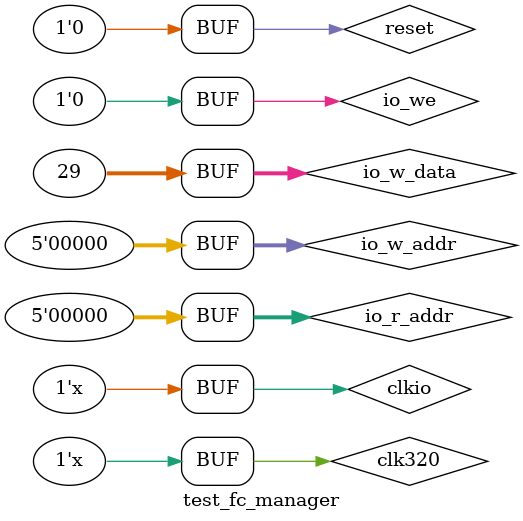
<source format=v>
`timescale 1ns / 1ps


module test_fc_manager;

  // inputs
  reg clk320;
  wire clk40;
  reg clkio;
  reg reset;
  reg [4:0] io_r_addr;
  reg [4:0] io_w_addr;
  reg [31:0] io_w_data;
  reg io_we;
  reg [2:0] cdiv;

  
  // outputs
  wire [7:0] fast_control_stream;
  wire [31:0] io_r_data;
  wire fast_control_fast;
  
  wire roc_40, roc_linkreset, roc_orbit, roc_l1a, roc_ocr, roc_calibreq, roc_calibl1a;
  
hgcal_fc_manager uut(.clk40(clk40),
               .fast_control_stream(fast_control_stream),
               .reset(reset),           
               .clkio(clkio),
               .io_r_addr(io_r_addr),
               .io_w_addr(io_w_addr),
               .io_w_data(io_w_data),
               .io_r_data(io_r_data),
               .io_we(io_we)
   ) ;   

hgcal_fc_simple_serializer uut2(.clk40(clk40),.clk320(clk320),.reset(reset),.fast_control_wide(fast_control_stream),.fast_control_fast(fast_control_fast));



fast_cmd_clk40_decoder uut3(.clk320(clk320),
	.command_rx(fast_control_fast),
	.n_rstExt(~reset),
	.EdgeSel_T1(1'h0),
	.clk40_out(roc_40),
	.OrbitSync(roc_orbit),                 	//fast command pulse 
	.L1A_Full(roc_l1a),            		//fast command pulse 
	.OrbitCountReset_OrbitSync(roc_ocr),  	//fast command pulse
	.CalibrationReq(roc_calibreq),       		//fast command pulse
	.CalibrationL1A(roc_calibl1a),  		//fast command pulse
	.ReSync(roc_linkreset)  			//fast command pulse
	);

initial begin
    clkio=0;
	 clk320=0;
	 cdiv=0;
    reset=0;
    io_we=0;
    io_r_addr=0;
    io_w_addr=0;
    io_w_data=0;
    #100;
    reset=1;
    #100;
    reset=0;
    io_w_data=32'h00005; // enable the orbit sync
    io_we=1;
    #20;
    io_we=0;
    #100;
    io_w_data=32'h40005; // request a link reset
    io_we=1;
    #20;
    io_we=0;
    #100;
    io_w_data=32'h80005; // request a daq reset
    io_we=1;
    #20;
    io_we=0;
    #100;
    io_w_data=32'hC0005; // request a daq reset and link reset
    io_we=1;
    #20;
    io_we=0;
    #100;
    io_w_data=32'h10025; // request a single calibration req (and enable L1A)
    io_we=1;
    #20;
    io_we=0;
    #180;

    #177200; // get to BX3560
    io_w_data=32'hC0005; // request a daq reset and link reset
    io_we=1;
    #20;
    io_we=0;
    #100;
    io_w_data=32'h20005; // ask for an OCR
    io_we=1;
    #20;
    io_we=0;
    #100;

    io_w_data=32'b00000000011101; // enable periodic calibration req
    io_we=1;
    #20;
    io_we=0;
    #100;
    
    
    

end

always begin
    clk320=~clk320;
    #1.5625;
end

always @(posedge clk320)
	cdiv<=cdiv+1'h1;

assign clk40=cdiv[2];

always begin
    clkio=~clkio;
    #5;
end   
   
endmodule

</source>
